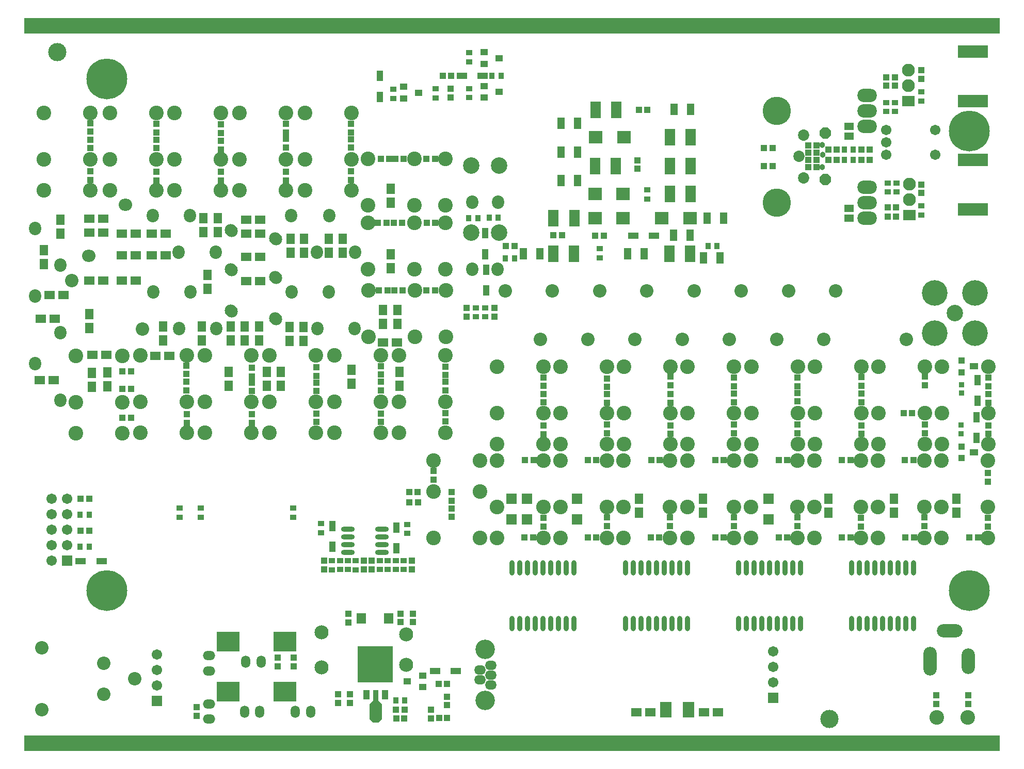
<source format=gbs>
G04 Layer_Color=16711935*
%FSLAX25Y25*%
%MOIN*%
G70*
G01*
G75*
%ADD120R,6.29921X0.09843*%
%ADD121C,0.11811*%
%ADD132R,0.03556X0.04343*%
%ADD133R,0.04540X0.04343*%
%ADD134R,0.04540X0.04343*%
%ADD139R,0.19698X0.08300*%
%ADD145R,0.05800X0.06800*%
%ADD147R,0.04343X0.03950*%
%ADD149R,0.06800X0.05800*%
%ADD150R,0.03950X0.04343*%
%ADD151R,0.04343X0.03556*%
%ADD152R,0.14579X0.13005*%
%ADD153R,0.06706X0.06706*%
%ADD154C,0.06706*%
%ADD155C,0.08674*%
%ADD156O,0.08674X0.18517*%
%ADD157O,0.08674X0.16548*%
%ADD158O,0.16548X0.08674*%
%ADD159C,0.07300*%
%ADD160P,0.07902X8X112.5*%
%ADD161C,0.09461*%
%ADD162C,0.08300*%
%ADD163R,0.08300X0.06800*%
%ADD164O,0.12611X0.08674*%
%ADD165C,0.18300*%
%ADD166C,0.09068*%
%ADD167O,0.08674X0.07887*%
%ADD168C,0.12611*%
%ADD169O,0.07493X0.06115*%
%ADD170C,0.10642*%
%ADD171C,0.16548*%
%ADD172O,0.07887X0.08674*%
%ADD173O,0.05918X0.07887*%
%ADD174O,0.07887X0.05918*%
%ADD175C,0.26391*%
G04:AMPARAMS|DCode=176|XSize=86.74mil|YSize=78.87mil|CornerRadius=0mil|HoleSize=0mil|Usage=FLASHONLY|Rotation=135.000|XOffset=0mil|YOffset=0mil|HoleType=Round|Shape=Round|*
%AMOVALD176*
21,1,0.00787,0.07887,0.00000,0.00000,135.0*
1,1,0.07887,0.00278,-0.00278*
1,1,0.07887,-0.00278,0.00278*
%
%ADD176OVALD176*%

%ADD177C,0.03800*%
%ADD178R,0.07493X0.10249*%
%ADD179R,0.03753X0.07887*%
%ADD180R,0.03950X0.06115*%
G04:AMPARAMS|DCode=181|XSize=80.83mil|YSize=137.92mil|CornerRadius=0mil|HoleSize=0mil|Usage=FLASHONLY|Rotation=0.000|XOffset=0mil|YOffset=0mil|HoleType=Round|Shape=Octagon|*
%AMOCTAGOND181*
4,1,8,-0.02021,0.06896,0.02021,0.06896,0.04042,0.04875,0.04042,-0.04875,0.02021,-0.06896,-0.02021,-0.06896,-0.04042,-0.04875,-0.04042,0.04875,-0.02021,0.06896,0.0*
%
%ADD181OCTAGOND181*%

%ADD182R,0.06312X0.07099*%
%ADD183R,0.22847X0.23635*%
%ADD184O,0.08800X0.03200*%
%ADD185O,0.03162X0.09855*%
%ADD186R,0.05918X0.04737*%
%ADD187R,0.06800X0.10800*%
%ADD188R,0.09068X0.08083*%
%ADD189R,0.06800X0.06800*%
%ADD190R,0.04147X0.07099*%
%ADD191R,0.03800X0.03800*%
%ADD192R,0.05800X0.04400*%
%ADD193R,0.04400X0.04400*%
%ADD194R,0.07099X0.04147*%
%ADD195R,0.05131X0.07493*%
%ADD196R,0.04343X0.04343*%
D120*
X314961Y3921D02*
D03*
Y467520D02*
D03*
D121*
X519783Y19587D02*
D03*
X21161Y450492D02*
D03*
D132*
X529453Y387457D02*
D03*
X535358D02*
D03*
X529453Y380957D02*
D03*
X535358D02*
D03*
X36047Y130757D02*
D03*
X41953D02*
D03*
X36047Y151424D02*
D03*
X41953D02*
D03*
X287008Y343209D02*
D03*
X292913D02*
D03*
X306004Y343406D02*
D03*
X300098D02*
D03*
X239816Y31496D02*
D03*
X245721D02*
D03*
X447343Y325295D02*
D03*
X441437D02*
D03*
X316634Y317323D02*
D03*
X310728D02*
D03*
X302067Y435236D02*
D03*
X307972D02*
D03*
D133*
X247247Y43796D02*
D03*
X257090Y47537D02*
D03*
X254626Y424311D02*
D03*
X244783Y420571D02*
D03*
X306693Y446653D02*
D03*
X296850Y442913D02*
D03*
X306693Y424803D02*
D03*
X296850Y421063D02*
D03*
D134*
X257090Y40056D02*
D03*
X244783Y428051D02*
D03*
X296850Y450393D02*
D03*
Y428543D02*
D03*
D139*
X612421Y418666D02*
D03*
Y450666D02*
D03*
Y348752D02*
D03*
Y380752D02*
D03*
D145*
X236614Y353303D02*
D03*
Y362303D02*
D03*
X236713Y310882D02*
D03*
Y319882D02*
D03*
X124803Y343110D02*
D03*
Y334110D02*
D03*
X118331Y297457D02*
D03*
Y306457D02*
D03*
X602075Y161959D02*
D03*
Y152959D02*
D03*
X53671Y243388D02*
D03*
Y234388D02*
D03*
X43571Y243288D02*
D03*
Y234288D02*
D03*
X23204Y333052D02*
D03*
Y342052D02*
D03*
X561524Y161959D02*
D03*
Y152959D02*
D03*
X519398Y161959D02*
D03*
Y152959D02*
D03*
X438295Y161959D02*
D03*
Y152959D02*
D03*
X396957Y161959D02*
D03*
Y152959D02*
D03*
X42016Y272260D02*
D03*
Y281260D02*
D03*
X131854Y234977D02*
D03*
Y243977D02*
D03*
X156657Y234977D02*
D03*
Y243977D02*
D03*
X165712Y234977D02*
D03*
Y243977D02*
D03*
X114457Y264047D02*
D03*
Y273047D02*
D03*
X133354D02*
D03*
Y264047D02*
D03*
X142409D02*
D03*
Y273047D02*
D03*
X211381Y236158D02*
D03*
Y245158D02*
D03*
X151465Y264047D02*
D03*
Y273047D02*
D03*
X242090Y234977D02*
D03*
Y243977D02*
D03*
X240771Y274688D02*
D03*
Y283688D02*
D03*
X180205Y263992D02*
D03*
Y272992D02*
D03*
X171150D02*
D03*
Y263992D02*
D03*
X231571Y274688D02*
D03*
Y283688D02*
D03*
X205709Y320685D02*
D03*
Y329685D02*
D03*
X196740D02*
D03*
Y320685D02*
D03*
X180598D02*
D03*
Y329685D02*
D03*
X89654Y264047D02*
D03*
Y273047D02*
D03*
X171937Y320685D02*
D03*
Y329685D02*
D03*
X115650Y343110D02*
D03*
Y334110D02*
D03*
X12598Y322539D02*
D03*
Y313539D02*
D03*
D147*
X219226Y116224D02*
D03*
Y121736D02*
D03*
X250150Y116224D02*
D03*
Y121736D02*
D03*
X224380Y116224D02*
D03*
Y121736D02*
D03*
X193457Y116224D02*
D03*
Y121736D02*
D03*
X111220Y27165D02*
D03*
Y21654D02*
D03*
X163681Y59055D02*
D03*
Y53543D02*
D03*
X173917Y59055D02*
D03*
Y53543D02*
D03*
X589000Y29244D02*
D03*
Y34756D02*
D03*
X609500Y29244D02*
D03*
Y34756D02*
D03*
X499402Y204199D02*
D03*
Y209711D02*
D03*
Y240026D02*
D03*
Y234514D02*
D03*
X581513Y240813D02*
D03*
Y235302D02*
D03*
X540457Y240420D02*
D03*
Y234908D02*
D03*
X458347Y240026D02*
D03*
Y234514D02*
D03*
X417186Y240813D02*
D03*
Y235302D02*
D03*
X376131Y239632D02*
D03*
Y234120D02*
D03*
X335246Y240209D02*
D03*
Y234698D02*
D03*
X264254Y179728D02*
D03*
Y174217D02*
D03*
X581513Y204199D02*
D03*
Y209711D02*
D03*
X540457Y203806D02*
D03*
Y209317D02*
D03*
X458347Y204199D02*
D03*
Y209711D02*
D03*
X417186Y203806D02*
D03*
Y209317D02*
D03*
X376131Y204199D02*
D03*
Y209711D02*
D03*
X275984Y150000D02*
D03*
Y155512D02*
D03*
X622244Y178346D02*
D03*
Y172835D02*
D03*
X579232Y433268D02*
D03*
Y438780D02*
D03*
X556693Y428752D02*
D03*
Y434264D02*
D03*
X562205D02*
D03*
Y428752D02*
D03*
X579134Y359449D02*
D03*
Y364961D02*
D03*
X285532Y285039D02*
D03*
Y279527D02*
D03*
X303543Y279528D02*
D03*
Y285039D02*
D03*
X85323Y373047D02*
D03*
Y367535D02*
D03*
X105082Y216473D02*
D03*
Y210962D02*
D03*
X85323Y398638D02*
D03*
Y404150D02*
D03*
X104688Y242458D02*
D03*
Y247969D02*
D03*
X42421Y367913D02*
D03*
Y373425D02*
D03*
X127055Y373047D02*
D03*
Y367535D02*
D03*
X146814Y216473D02*
D03*
Y210962D02*
D03*
X42421Y404528D02*
D03*
Y399016D02*
D03*
X210913Y398638D02*
D03*
Y404150D02*
D03*
X230279Y242064D02*
D03*
Y247576D02*
D03*
X210913Y373441D02*
D03*
Y367929D02*
D03*
X230279Y216867D02*
D03*
Y211355D02*
D03*
X272011Y217261D02*
D03*
Y211749D02*
D03*
X168787Y373047D02*
D03*
Y367535D02*
D03*
X188546Y216867D02*
D03*
Y211355D02*
D03*
X168787Y398638D02*
D03*
Y404150D02*
D03*
X188546Y241277D02*
D03*
Y246788D02*
D03*
X272011Y241670D02*
D03*
Y247182D02*
D03*
X127055Y398244D02*
D03*
Y403756D02*
D03*
X146814Y240883D02*
D03*
Y246394D02*
D03*
X42421Y388386D02*
D03*
Y393898D02*
D03*
X168809Y388832D02*
D03*
Y394344D02*
D03*
X127055Y387614D02*
D03*
Y393126D02*
D03*
X85323Y388402D02*
D03*
Y393914D02*
D03*
X104688Y231828D02*
D03*
Y237339D02*
D03*
X146814Y231434D02*
D03*
Y236946D02*
D03*
X210913Y388795D02*
D03*
Y394307D02*
D03*
X272011Y231828D02*
D03*
Y237339D02*
D03*
X188546Y231434D02*
D03*
Y236946D02*
D03*
X230279Y231828D02*
D03*
Y237339D02*
D03*
X250984Y82087D02*
D03*
Y87599D02*
D03*
X243012Y82087D02*
D03*
Y87599D02*
D03*
X209252Y81890D02*
D03*
Y87402D02*
D03*
X202461Y35335D02*
D03*
Y29823D02*
D03*
X210335Y35335D02*
D03*
Y29823D02*
D03*
X262669Y25452D02*
D03*
Y19940D02*
D03*
X273069Y33952D02*
D03*
Y28440D02*
D03*
X335246Y203595D02*
D03*
Y209107D02*
D03*
Y224068D02*
D03*
Y229580D02*
D03*
X275984Y166142D02*
D03*
Y160630D02*
D03*
X335146Y149361D02*
D03*
Y143849D02*
D03*
X417186Y223884D02*
D03*
Y229396D02*
D03*
X376091Y149754D02*
D03*
Y144243D02*
D03*
X417035Y149754D02*
D03*
Y144243D02*
D03*
X376131Y223884D02*
D03*
Y229396D02*
D03*
X458347Y224278D02*
D03*
Y229790D02*
D03*
X499402Y224672D02*
D03*
Y230183D02*
D03*
X540457Y224278D02*
D03*
Y229790D02*
D03*
X622568Y223884D02*
D03*
Y229396D02*
D03*
Y234514D02*
D03*
Y240026D02*
D03*
Y209317D02*
D03*
Y203806D02*
D03*
X458374Y149754D02*
D03*
Y144243D02*
D03*
X499319Y149754D02*
D03*
Y144243D02*
D03*
X540264Y149361D02*
D03*
Y143849D02*
D03*
X581209Y149754D02*
D03*
Y144243D02*
D03*
X622154Y149361D02*
D03*
Y143849D02*
D03*
X396063Y380512D02*
D03*
Y375000D02*
D03*
X275197Y426673D02*
D03*
Y421161D02*
D03*
D149*
X448032Y23929D02*
D03*
X439032D02*
D03*
X395276D02*
D03*
X404276D02*
D03*
X240471Y262888D02*
D03*
X231471D02*
D03*
X93665Y254268D02*
D03*
X84665D02*
D03*
X51071Y302968D02*
D03*
X42071D02*
D03*
X51071Y333677D02*
D03*
X42071D02*
D03*
X51071Y342732D02*
D03*
X42071D02*
D03*
X152252Y333283D02*
D03*
X143252D02*
D03*
X152264Y342323D02*
D03*
X143264D02*
D03*
X152252Y318323D02*
D03*
X143252D02*
D03*
X152252Y302575D02*
D03*
X143252D02*
D03*
X62882Y302968D02*
D03*
X71882D02*
D03*
X62882Y319110D02*
D03*
X71882D02*
D03*
X62882Y333283D02*
D03*
X71882D02*
D03*
X91228D02*
D03*
X82228D02*
D03*
X91228Y319110D02*
D03*
X82228D02*
D03*
X9996Y238583D02*
D03*
X18996D02*
D03*
X19587Y278051D02*
D03*
X10587D02*
D03*
X25098Y293406D02*
D03*
X16098D02*
D03*
X53071Y254788D02*
D03*
X44071D02*
D03*
D150*
X396850Y413287D02*
D03*
X402362D02*
D03*
X254134Y159350D02*
D03*
X248622D02*
D03*
X253937Y166142D02*
D03*
X248425D02*
D03*
X36244Y141091D02*
D03*
X41756D02*
D03*
X36244Y161758D02*
D03*
X41756D02*
D03*
X368602Y331890D02*
D03*
X374114D02*
D03*
X615854Y136762D02*
D03*
X610343D02*
D03*
X574516D02*
D03*
X569004D02*
D03*
X533571D02*
D03*
X528059D02*
D03*
X492626D02*
D03*
X487114D02*
D03*
X451681D02*
D03*
X446169D02*
D03*
X409949D02*
D03*
X404437D02*
D03*
X369398D02*
D03*
X363886D02*
D03*
X328453D02*
D03*
X322941D02*
D03*
X574122Y186762D02*
D03*
X568610D02*
D03*
X533571D02*
D03*
X528059D02*
D03*
X492626D02*
D03*
X487114D02*
D03*
X451681D02*
D03*
X446169D02*
D03*
X410343D02*
D03*
X404831D02*
D03*
X369398D02*
D03*
X363886D02*
D03*
X328846D02*
D03*
X323335D02*
D03*
X519150Y380957D02*
D03*
X524661D02*
D03*
Y387457D02*
D03*
X519150D02*
D03*
X506098Y376055D02*
D03*
X511610D02*
D03*
X483169Y388484D02*
D03*
X477657D02*
D03*
X483169Y376772D02*
D03*
X477657D02*
D03*
X506098Y380780D02*
D03*
X511610D02*
D03*
X506098Y385504D02*
D03*
X511610D02*
D03*
X506098Y390228D02*
D03*
X511610D02*
D03*
X546063Y387402D02*
D03*
X540551D02*
D03*
X562992Y344083D02*
D03*
X557480D02*
D03*
Y350185D02*
D03*
X562992D02*
D03*
X546063Y380957D02*
D03*
X540551D02*
D03*
X63315Y214088D02*
D03*
X68827D02*
D03*
X63315Y244288D02*
D03*
X68827D02*
D03*
X233843Y340061D02*
D03*
X228331D02*
D03*
X234507Y296600D02*
D03*
X228995D02*
D03*
X259827Y340061D02*
D03*
X265339D02*
D03*
X259704Y296600D02*
D03*
X265216D02*
D03*
X259630Y381386D02*
D03*
X265142D02*
D03*
X235614D02*
D03*
X230102D02*
D03*
X63315Y232988D02*
D03*
X68827D02*
D03*
X245063Y381386D02*
D03*
X239551D02*
D03*
X244079Y340061D02*
D03*
X238567D02*
D03*
X244350Y296600D02*
D03*
X238838D02*
D03*
X245525Y25596D02*
D03*
X240013D02*
D03*
X273025Y42296D02*
D03*
X267513D02*
D03*
X573327Y217224D02*
D03*
X567815D02*
D03*
X270177Y435236D02*
D03*
X275689D02*
D03*
X347244Y332087D02*
D03*
X341732D02*
D03*
X310925Y325000D02*
D03*
X316437D02*
D03*
D151*
X198622Y115847D02*
D03*
Y121752D02*
D03*
X244996Y116028D02*
D03*
Y121933D02*
D03*
X208918D02*
D03*
Y116028D02*
D03*
X239842D02*
D03*
Y121933D02*
D03*
X229534Y116028D02*
D03*
Y121933D02*
D03*
X203764Y116028D02*
D03*
Y121933D02*
D03*
X234688Y116028D02*
D03*
Y121933D02*
D03*
X173524Y149803D02*
D03*
Y155709D02*
D03*
X114075D02*
D03*
Y149803D02*
D03*
X579134Y345276D02*
D03*
Y351181D02*
D03*
X579232Y418799D02*
D03*
Y424705D02*
D03*
X557480Y360028D02*
D03*
Y365933D02*
D03*
X563386Y360028D02*
D03*
Y365933D02*
D03*
X562205Y412020D02*
D03*
Y417925D02*
D03*
X556693Y412020D02*
D03*
Y417925D02*
D03*
X291535Y285236D02*
D03*
Y279331D02*
D03*
X297539Y279331D02*
D03*
Y285236D02*
D03*
X247343Y139370D02*
D03*
Y145276D02*
D03*
X191429Y139776D02*
D03*
Y145681D02*
D03*
X402362Y361417D02*
D03*
Y355512D02*
D03*
X371654Y317618D02*
D03*
Y323524D02*
D03*
X100098Y149803D02*
D03*
Y155709D02*
D03*
X287303Y449999D02*
D03*
Y444094D02*
D03*
X287205Y421063D02*
D03*
Y426969D02*
D03*
X265551Y426673D02*
D03*
Y420768D02*
D03*
X238287Y426476D02*
D03*
Y420571D02*
D03*
X213976Y115945D02*
D03*
Y121850D02*
D03*
D152*
X131693Y69600D02*
D03*
X168209D02*
D03*
X131693Y37300D02*
D03*
X168209D02*
D03*
D153*
X27700Y121757D02*
D03*
X483465Y33071D02*
D03*
X85630Y31201D02*
D03*
D154*
X17700Y121757D02*
D03*
X27700Y131757D02*
D03*
X17700D02*
D03*
X27700Y141758D02*
D03*
X17700D02*
D03*
X27700Y151758D02*
D03*
X17700D02*
D03*
X27700Y161758D02*
D03*
X17700D02*
D03*
X556693Y400000D02*
D03*
Y392126D02*
D03*
Y384252D02*
D03*
X588189D02*
D03*
Y400000D02*
D03*
X483465Y63071D02*
D03*
Y53071D02*
D03*
Y43071D02*
D03*
X85630Y41201D02*
D03*
Y51201D02*
D03*
Y61201D02*
D03*
D155*
X11161Y65571D02*
D03*
Y25571D02*
D03*
X51161Y55571D02*
D03*
Y35571D02*
D03*
X71161Y45571D02*
D03*
X569687Y264713D02*
D03*
X524017Y296209D02*
D03*
X310521D02*
D03*
X333356Y264713D02*
D03*
X394355D02*
D03*
X371520Y296209D02*
D03*
X463018D02*
D03*
X485853Y264713D02*
D03*
X432519Y296209D02*
D03*
X455354Y264713D02*
D03*
X402020Y296209D02*
D03*
X424854Y264713D02*
D03*
X341021Y296209D02*
D03*
X363855Y264713D02*
D03*
X76268Y271472D02*
D03*
X30598Y302968D02*
D03*
X493518Y296209D02*
D03*
X516353Y264713D02*
D03*
D156*
X585039Y56693D02*
D03*
D157*
X609449D02*
D03*
D158*
X597638Y76378D02*
D03*
D159*
X503346Y396850D02*
D03*
X500394Y383071D02*
D03*
X503346Y369291D02*
D03*
D160*
X517126Y398071D02*
D03*
Y368071D02*
D03*
D161*
X335200Y197309D02*
D03*
Y247309D02*
D03*
X305200Y197309D02*
D03*
Y217309D02*
D03*
Y247309D02*
D03*
X335200Y217309D02*
D03*
X589213Y20472D02*
D03*
X609213D02*
D03*
X376170Y197309D02*
D03*
Y247309D02*
D03*
X346170Y197309D02*
D03*
Y217309D02*
D03*
Y247309D02*
D03*
X376170Y217309D02*
D03*
X272106Y296639D02*
D03*
X222106D02*
D03*
X272106Y266639D02*
D03*
X252106D02*
D03*
X222106D02*
D03*
X252106Y296639D02*
D03*
X271985Y204466D02*
D03*
Y254466D02*
D03*
X241985Y204466D02*
D03*
Y224465D02*
D03*
Y254466D02*
D03*
X271985Y224465D02*
D03*
X188389Y204466D02*
D03*
Y254466D02*
D03*
X158389Y204466D02*
D03*
Y224465D02*
D03*
Y254466D02*
D03*
X188389Y224465D02*
D03*
X230187Y204466D02*
D03*
Y254466D02*
D03*
X200187Y204466D02*
D03*
Y224465D02*
D03*
Y254466D02*
D03*
X230187Y224465D02*
D03*
X104793Y204466D02*
D03*
Y254466D02*
D03*
X74793Y204466D02*
D03*
Y224465D02*
D03*
Y254466D02*
D03*
X104793Y224465D02*
D03*
X146591Y204466D02*
D03*
Y254466D02*
D03*
X116591Y204466D02*
D03*
Y224465D02*
D03*
Y254466D02*
D03*
X146591Y224465D02*
D03*
X127016Y361039D02*
D03*
Y411039D02*
D03*
X97016Y361039D02*
D03*
Y381039D02*
D03*
Y411039D02*
D03*
X127016Y381039D02*
D03*
X168906Y361039D02*
D03*
Y411039D02*
D03*
X138906Y361039D02*
D03*
Y381039D02*
D03*
Y411039D02*
D03*
X168906Y381039D02*
D03*
X211189Y361039D02*
D03*
Y411039D02*
D03*
X181189Y361039D02*
D03*
Y381039D02*
D03*
Y411039D02*
D03*
X211189Y381039D02*
D03*
X272031Y381425D02*
D03*
X222031D02*
D03*
X272031Y351425D02*
D03*
X252031D02*
D03*
X222031D02*
D03*
X252031Y381425D02*
D03*
X63271Y204288D02*
D03*
Y254288D02*
D03*
X33271Y204288D02*
D03*
Y224288D02*
D03*
Y254288D02*
D03*
X63271Y224288D02*
D03*
X42573Y361088D02*
D03*
Y411088D02*
D03*
X12573Y361088D02*
D03*
Y381088D02*
D03*
Y411088D02*
D03*
X42573Y381088D02*
D03*
X376130Y136565D02*
D03*
Y186565D02*
D03*
X346130Y136565D02*
D03*
Y156565D02*
D03*
Y186565D02*
D03*
X376130Y156565D02*
D03*
X458413Y136565D02*
D03*
Y186565D02*
D03*
X428413Y136565D02*
D03*
Y156565D02*
D03*
Y186565D02*
D03*
X458413Y156565D02*
D03*
X499358Y136565D02*
D03*
Y186565D02*
D03*
X469358Y136565D02*
D03*
Y156565D02*
D03*
Y186565D02*
D03*
X499358Y156565D02*
D03*
X540303Y136565D02*
D03*
Y186565D02*
D03*
X510303Y136565D02*
D03*
Y156565D02*
D03*
Y186565D02*
D03*
X540303Y156565D02*
D03*
X581248Y136565D02*
D03*
Y186565D02*
D03*
X551248Y136565D02*
D03*
Y156565D02*
D03*
Y186565D02*
D03*
X581248Y156565D02*
D03*
X622193Y136565D02*
D03*
Y186565D02*
D03*
X592193Y136565D02*
D03*
Y156565D02*
D03*
Y186565D02*
D03*
X622193Y156565D02*
D03*
X622607Y197309D02*
D03*
Y247309D02*
D03*
X592607Y197309D02*
D03*
Y217309D02*
D03*
Y247309D02*
D03*
X622607Y217309D02*
D03*
X581552Y197309D02*
D03*
Y247309D02*
D03*
X551552Y197309D02*
D03*
Y217309D02*
D03*
Y247309D02*
D03*
X581552Y217309D02*
D03*
X540497Y197309D02*
D03*
Y247309D02*
D03*
X510497Y197309D02*
D03*
Y217309D02*
D03*
Y247309D02*
D03*
X540497Y217309D02*
D03*
X499442Y197309D02*
D03*
Y247309D02*
D03*
X469442Y197309D02*
D03*
Y217309D02*
D03*
Y247309D02*
D03*
X499442Y217309D02*
D03*
X458387Y197309D02*
D03*
Y247309D02*
D03*
X428387Y197309D02*
D03*
Y217309D02*
D03*
Y247309D02*
D03*
X458387Y217309D02*
D03*
X417075Y136565D02*
D03*
Y186565D02*
D03*
X387075Y136565D02*
D03*
Y156565D02*
D03*
Y186565D02*
D03*
X417075Y156565D02*
D03*
X417225Y197309D02*
D03*
Y247309D02*
D03*
X387225Y197309D02*
D03*
Y217309D02*
D03*
Y247309D02*
D03*
X417225Y217309D02*
D03*
X264215Y186609D02*
D03*
Y136609D02*
D03*
X294215Y186609D02*
D03*
Y166609D02*
D03*
Y136609D02*
D03*
X264215Y166609D02*
D03*
X335185Y136565D02*
D03*
Y186565D02*
D03*
X305185Y136565D02*
D03*
Y156565D02*
D03*
Y186565D02*
D03*
X335185Y156565D02*
D03*
X272032Y340100D02*
D03*
X222032D02*
D03*
X272032Y310100D02*
D03*
X252032D02*
D03*
X222032D02*
D03*
X252032Y340100D02*
D03*
X85126Y361039D02*
D03*
Y411039D02*
D03*
X55126Y361039D02*
D03*
Y381039D02*
D03*
Y411039D02*
D03*
X85126Y381039D02*
D03*
D162*
X570866Y438752D02*
D03*
Y428752D02*
D03*
X571654Y355118D02*
D03*
Y365118D02*
D03*
D163*
X570866Y418752D02*
D03*
X571654Y345118D02*
D03*
D164*
X544094Y402362D02*
D03*
Y412362D02*
D03*
Y422362D02*
D03*
Y363307D02*
D03*
Y353307D02*
D03*
Y343307D02*
D03*
D165*
X485761Y412362D02*
D03*
Y353307D02*
D03*
D166*
X191930Y75591D02*
D03*
Y52756D02*
D03*
X246555Y74016D02*
D03*
Y54331D02*
D03*
D167*
X41622Y318716D02*
D03*
X65244Y351787D02*
D03*
D168*
X297638Y64469D02*
D03*
Y31398D02*
D03*
D169*
X301181Y47933D02*
D03*
X301181Y54232D02*
D03*
X301181Y41634D02*
D03*
X294094Y51083D02*
D03*
Y44783D02*
D03*
D170*
X600800Y281672D02*
D03*
X306539Y377157D02*
D03*
X288539D02*
D03*
X288441Y333850D02*
D03*
X306441D02*
D03*
D171*
X587808Y268680D02*
D03*
X613792D02*
D03*
Y294665D02*
D03*
X587808D02*
D03*
D172*
X289272Y353346D02*
D03*
X305807D02*
D03*
X23327Y225492D02*
D03*
X6792Y249114D02*
D03*
X305709Y310039D02*
D03*
X289173D02*
D03*
X196934Y344798D02*
D03*
X213469Y321176D02*
D03*
X213276Y271866D02*
D03*
X196740Y295488D02*
D03*
X172331Y344798D02*
D03*
X188866Y321176D02*
D03*
X189260Y271866D02*
D03*
X172724Y295488D02*
D03*
X106976Y344798D02*
D03*
X123512Y321176D02*
D03*
X123905Y271866D02*
D03*
X107370Y295488D02*
D03*
X82960Y344798D02*
D03*
X99496Y321176D02*
D03*
X99890Y271866D02*
D03*
X83354Y295488D02*
D03*
X23327Y269193D02*
D03*
X6792Y292815D02*
D03*
Y336516D02*
D03*
X23327Y312894D02*
D03*
D173*
X175079Y24300D02*
D03*
X184921D02*
D03*
X142179D02*
D03*
X152021D02*
D03*
X142979Y56600D02*
D03*
X152821D02*
D03*
D174*
X119100Y19379D02*
D03*
Y29221D02*
D03*
Y60421D02*
D03*
Y50579D02*
D03*
D175*
X610236Y102362D02*
D03*
Y399606D02*
D03*
X53150Y433071D02*
D03*
Y102362D02*
D03*
D176*
X162119Y304794D02*
D03*
X133723Y309805D02*
D03*
Y335001D02*
D03*
X162119Y329991D02*
D03*
Y278022D02*
D03*
X133723Y283033D02*
D03*
D177*
X515256Y390354D02*
D03*
Y376181D02*
D03*
X515551Y384252D02*
D03*
D178*
X428937Y25504D02*
D03*
X414370D02*
D03*
D179*
X226852Y34327D02*
D03*
D180*
X220947Y35213D02*
D03*
X232758D02*
D03*
D181*
X226852Y24287D02*
D03*
D182*
X217551Y84443D02*
D03*
X235366D02*
D03*
D183*
X226507Y54915D02*
D03*
D184*
X231067Y127142D02*
D03*
Y132142D02*
D03*
Y137142D02*
D03*
Y142142D02*
D03*
X209067D02*
D03*
Y137142D02*
D03*
Y132142D02*
D03*
Y127142D02*
D03*
D185*
X461168Y117126D02*
D03*
X466168D02*
D03*
X471168D02*
D03*
X476168D02*
D03*
X481168D02*
D03*
X486168D02*
D03*
X491168D02*
D03*
X496168D02*
D03*
X501168D02*
D03*
X461168Y81299D02*
D03*
X466168D02*
D03*
X471168D02*
D03*
X476168D02*
D03*
X481168D02*
D03*
X486168D02*
D03*
X491168D02*
D03*
X496168D02*
D03*
X501168D02*
D03*
X428104D02*
D03*
X423104D02*
D03*
X418104D02*
D03*
X413104D02*
D03*
X408104D02*
D03*
X403104D02*
D03*
X398104D02*
D03*
X393104D02*
D03*
X388104D02*
D03*
X428104Y117126D02*
D03*
X423104D02*
D03*
X418104D02*
D03*
X413104D02*
D03*
X408104D02*
D03*
X403104D02*
D03*
X398104D02*
D03*
X393104D02*
D03*
X388104D02*
D03*
X315039D02*
D03*
X320039D02*
D03*
X325039D02*
D03*
X330039D02*
D03*
X335039D02*
D03*
X340039D02*
D03*
X345039D02*
D03*
X350039D02*
D03*
X355039D02*
D03*
X315039Y81299D02*
D03*
X320039D02*
D03*
X325039D02*
D03*
X330039D02*
D03*
X335039D02*
D03*
X340039D02*
D03*
X345039D02*
D03*
X350039D02*
D03*
X355039D02*
D03*
X574232D02*
D03*
X569232D02*
D03*
X564232D02*
D03*
X559232D02*
D03*
X554232D02*
D03*
X549232D02*
D03*
X544232D02*
D03*
X539232D02*
D03*
X534232D02*
D03*
X574232Y117126D02*
D03*
X569232D02*
D03*
X564232D02*
D03*
X559232D02*
D03*
X554232D02*
D03*
X549232D02*
D03*
X544232D02*
D03*
X539232D02*
D03*
X534232D02*
D03*
D186*
X532677Y402362D02*
D03*
Y396063D02*
D03*
Y343307D02*
D03*
Y349606D02*
D03*
D187*
X382004Y376969D02*
D03*
X368504D02*
D03*
X382398Y413287D02*
D03*
X368898D02*
D03*
X355232Y343209D02*
D03*
X341732D02*
D03*
X430325Y395374D02*
D03*
X416825D02*
D03*
Y376969D02*
D03*
X430325D02*
D03*
X416421Y320177D02*
D03*
X429921D02*
D03*
X416825Y358661D02*
D03*
X430325D02*
D03*
X355035Y320177D02*
D03*
X341535D02*
D03*
D188*
X386713Y358858D02*
D03*
X368602D02*
D03*
X386713Y343209D02*
D03*
X368602D02*
D03*
X411713Y343307D02*
D03*
X429823D02*
D03*
X387106Y395374D02*
D03*
X368996D02*
D03*
D189*
X480421Y161959D02*
D03*
Y148459D02*
D03*
X324516Y161959D02*
D03*
Y148459D02*
D03*
X356799D02*
D03*
Y161959D02*
D03*
X314673Y148459D02*
D03*
Y161959D02*
D03*
D190*
X615650Y225197D02*
D03*
Y238583D02*
D03*
X614764Y201181D02*
D03*
Y214567D02*
D03*
X298327Y309843D02*
D03*
Y296457D02*
D03*
X297441Y333366D02*
D03*
Y319980D02*
D03*
X240256Y129724D02*
D03*
Y143110D02*
D03*
X198831Y130685D02*
D03*
Y144071D02*
D03*
X229724Y435039D02*
D03*
Y421654D02*
D03*
D191*
X605118Y230020D02*
D03*
Y235520D02*
D03*
X605020Y209449D02*
D03*
Y203949D02*
D03*
D192*
X613315Y191890D02*
D03*
X613118Y247402D02*
D03*
D193*
X605315Y195590D02*
D03*
Y188090D02*
D03*
X605118Y251102D02*
D03*
Y243602D02*
D03*
D194*
X282579Y435236D02*
D03*
X295965D02*
D03*
X265158Y50492D02*
D03*
X278543D02*
D03*
X49793Y121658D02*
D03*
X36407D02*
D03*
X406594Y331890D02*
D03*
X393209D02*
D03*
D195*
X357087Y404331D02*
D03*
X346457D02*
D03*
Y385925D02*
D03*
X357087D02*
D03*
X346457Y367520D02*
D03*
X357087D02*
D03*
X451476Y343307D02*
D03*
X440846D02*
D03*
X429921Y332087D02*
D03*
X419291D02*
D03*
X332972Y320276D02*
D03*
X322343D02*
D03*
X449311Y317618D02*
D03*
X438681D02*
D03*
X389469Y320079D02*
D03*
X400098D02*
D03*
X419685Y413386D02*
D03*
X430315D02*
D03*
D196*
X245328Y19696D02*
D03*
X240210D02*
D03*
X273028Y19996D02*
D03*
X267910D02*
D03*
M02*

</source>
